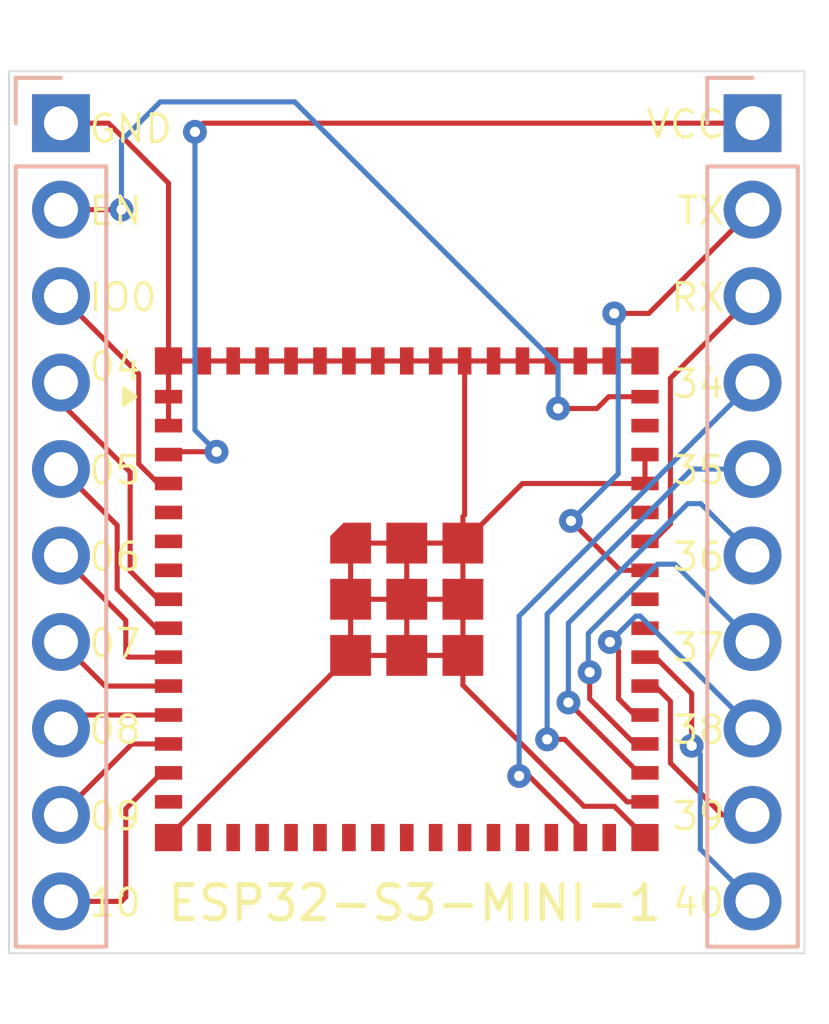
<source format=kicad_pcb>
(kicad_pcb (version 20240108) (generator "pcbnew") (generator_version "8.0")
  (layers (0 "F.Cu" signal) (31 "B.Cu" signal) (34 "B.Paste" user) (35 "F.Paste" user) (36 "B.SilkS" user "B.Silkscreen") (37 "F.SilkS" user "F.Silkscreen") (38 "B.Mask" user) (39 "F.Mask" user) (44 "Edge.Cuts" user))
  (net 0 "")
  (net 1 "Net-(J1-Pin_8)")
  (net 2 "IO0")
  (net 3 "Net-(J1-Pin_7)")
  (net 4 "Net-(J1-Pin_6)")
  (net 5 "Net-(J1-Pin_5)")
  (net 6 "Net-(J1-Pin_9)")
  (net 7 "Net-(J1-Pin_10)")
  (net 8 "Net-(J1-Pin_4)")
  (net 9 "GND")
  (net 10 "EN")
  (net 11 "VCC")
  (net 12 "Net-(J2-Pin_5)")
  (net 13 "Net-(J2-Pin_4)")
  (net 14 "Net-(J2-Pin_9)")
  (net 15 "Net-(J2-Pin_8)")
  (net 16 "RX")
  (net 17 "TX")
  (net 18 "Net-(J2-Pin_7)")
  (net 19 "Net-(J2-Pin_6)")
  (net 20 "Net-(J2-Pin_10)")
  (footprint "RF_Module:ESP32-S2-MINI-1" (layer "F.Cu") (at 162.56 125.735)
    (property "Reference" "U2")
    (property "Value" "ESP32-S3-MINI-1")
    (fp_poly (pts (xy -7.975 -3.4) (xy -8.311 -3.16) (xy -8.311 -3.64) (xy -7.975 -3.4)) (stroke (width 0.12)) (fill solid) (layer "F.SilkS"))
    (pad "1" smd rect (at -7 -3.4) (size 0.8 0.4) (layers "F.Cu" "F.Paste" "F.Mask") (net 9 "GND"))
    (pad "2" smd rect (at -7 -2.55) (size 0.8 0.4) (layers "F.Cu" "F.Paste" "F.Mask") (net 9 "GND"))
    (pad "3" smd rect (at -7 -1.7) (size 0.8 0.4) (layers "F.Cu" "F.Paste" "F.Mask") (net 11 "VCC"))
    (pad "4" smd rect (at -7 -0.85) (size 0.8 0.4) (layers "F.Cu" "F.Paste" "F.Mask") (net 2 "IO0"))
    (pad "5" smd rect (at -7 0) (size 0.8 0.4) (layers "F.Cu" "F.Paste" "F.Mask"))
    (pad "6" smd rect (at -7 0.85) (size 0.8 0.4) (layers "F.Cu" "F.Paste" "F.Mask"))
    (pad "7" smd rect (at -7 1.7) (size 0.8 0.4) (layers "F.Cu" "F.Paste" "F.Mask"))
    (pad "8" smd rect (at -7 2.55) (size 0.8 0.4) (layers "F.Cu" "F.Paste" "F.Mask") (net 8 "Net-(J1-Pin_4)"))
    (pad "9" smd rect (at -7 3.4) (size 0.8 0.4) (layers "F.Cu" "F.Paste" "F.Mask") (net 5 "Net-(J1-Pin_5)"))
    (pad "10" smd rect (at -7 4.25) (size 0.8 0.4) (layers "F.Cu" "F.Paste" "F.Mask") (net 4 "Net-(J1-Pin_6)"))
    (pad "11" smd rect (at -7 5.1) (size 0.8 0.4) (layers "F.Cu" "F.Paste" "F.Mask") (net 3 "Net-(J1-Pin_7)"))
    (pad "12" smd rect (at -7 5.95) (size 0.8 0.4) (layers "F.Cu" "F.Paste" "F.Mask") (net 1 "Net-(J1-Pin_8)"))
    (pad "13" smd rect (at -7 6.8) (size 0.8 0.4) (layers "F.Cu" "F.Paste" "F.Mask") (net 6 "Net-(J1-Pin_9)"))
    (pad "14" smd rect (at -7 7.65) (size 0.8 0.4) (layers "F.Cu" "F.Paste" "F.Mask") (net 7 "Net-(J1-Pin_10)"))
    (pad "15" smd rect (at -7 8.5) (size 0.8 0.4) (layers "F.Cu" "F.Paste" "F.Mask"))
    (pad "16" smd rect (at -5.95 9.55 90) (size 0.8 0.4) (layers "F.Cu" "F.Paste" "F.Mask"))
    (pad "17" smd rect (at -5.1 9.55 90) (size 0.8 0.4) (layers "F.Cu" "F.Paste" "F.Mask"))
    (pad "18" smd rect (at -4.25 9.55 90) (size 0.8 0.4) (layers "F.Cu" "F.Paste" "F.Mask"))
    (pad "19" smd rect (at -3.4 9.55 90) (size 0.8 0.4) (layers "F.Cu" "F.Paste" "F.Mask"))
    (pad "20" smd rect (at -2.55 9.55 90) (size 0.8 0.4) (layers "F.Cu" "F.Paste" "F.Mask"))
    (pad "21" smd rect (at -1.7 9.55 90) (size 0.8 0.4) (layers "F.Cu" "F.Paste" "F.Mask"))
    (pad "22" smd rect (at -0.85 9.55 90) (size 0.8 0.4) (layers "F.Cu" "F.Paste" "F.Mask"))
    (pad "23" smd rect (at 0 9.55 90) (size 0.8 0.4) (layers "F.Cu" "F.Paste" "F.Mask"))
    (pad "24" smd rect (at 0.85 9.55 90) (size 0.8 0.4) (layers "F.Cu" "F.Paste" "F.Mask"))
    (pad "25" smd rect (at 1.7 9.55 90) (size 0.8 0.4) (layers "F.Cu" "F.Paste" "F.Mask"))
    (pad "26" smd rect (at 2.55 9.55 90) (size 0.8 0.4) (layers "F.Cu" "F.Paste" "F.Mask"))
    (pad "27" smd rect (at 3.4 9.55 90) (size 0.8 0.4) (layers "F.Cu" "F.Paste" "F.Mask"))
    (pad "28" smd rect (at 4.25 9.55 90) (size 0.8 0.4) (layers "F.Cu" "F.Paste" "F.Mask"))
    (pad "29" smd rect (at 5.1 9.55 90) (size 0.8 0.4) (layers "F.Cu" "F.Paste" "F.Mask") (net 13 "Net-(J2-Pin_4)"))
    (pad "30" smd rect (at 5.95 9.55 90) (size 0.8 0.4) (layers "F.Cu" "F.Paste" "F.Mask"))
    (pad "31" smd rect (at 7 8.5) (size 0.8 0.4) (layers "F.Cu" "F.Paste" "F.Mask") (net 12 "Net-(J2-Pin_5)"))
    (pad "32" smd rect (at 7 7.65) (size 0.8 0.4) (layers "F.Cu" "F.Paste" "F.Mask") (net 19 "Net-(J2-Pin_6)"))
    (pad "33" smd rect (at 7 6.8) (size 0.8 0.4) (layers "F.Cu" "F.Paste" "F.Mask") (net 18 "Net-(J2-Pin_7)"))
    (pad "34" smd rect (at 7 5.95) (size 0.8 0.4) (layers "F.Cu" "F.Paste" "F.Mask") (net 15 "Net-(J2-Pin_8)"))
    (pad "35" smd rect (at 7 5.1) (size 0.8 0.4) (layers "F.Cu" "F.Paste" "F.Mask") (net 14 "Net-(J2-Pin_9)"))
    (pad "36" smd rect (at 7 4.25) (size 0.8 0.4) (layers "F.Cu" "F.Paste" "F.Mask") (net 20 "Net-(J2-Pin_10)"))
    (pad "37" smd rect (at 7 3.4) (size 0.8 0.4) (layers "F.Cu" "F.Paste" "F.Mask"))
    (pad "38" smd rect (at 7 2.55) (size 0.8 0.4) (layers "F.Cu" "F.Paste" "F.Mask"))
    (pad "39" smd rect (at 7 1.7) (size 0.8 0.4) (layers "F.Cu" "F.Paste" "F.Mask") (net 17 "TX"))
    (pad "40" smd rect (at 7 0.85) (size 0.8 0.4) (layers "F.Cu" "F.Paste" "F.Mask") (net 16 "RX"))
    (pad "41" smd rect (at 7 0) (size 0.8 0.4) (layers "F.Cu" "F.Paste" "F.Mask"))
    (pad "42" smd rect (at 7 -0.85) (size 0.8 0.4) (layers "F.Cu" "F.Paste" "F.Mask") (net 9 "GND"))
    (pad "43" smd rect (at 7 -1.7) (size 0.8 0.4) (layers "F.Cu" "F.Paste" "F.Mask") (net 9 "GND"))
    (pad "44" smd rect (at 7 -2.55) (size 0.8 0.4) (layers "F.Cu" "F.Paste" "F.Mask"))
    (pad "45" smd rect (at 7 -3.4) (size 0.8 0.4) (layers "F.Cu" "F.Paste" "F.Mask") (net 10 "EN"))
    (pad "46" smd rect (at 5.95 -4.45 90) (size 0.8 0.4) (layers "F.Cu" "F.Paste" "F.Mask") (net 9 "GND"))
    (pad "47" smd rect (at 5.1 -4.45 90) (size 0.8 0.4) (layers "F.Cu" "F.Paste" "F.Mask") (net 9 "GND"))
    (pad "48" smd rect (at 4.25 -4.45 90) (size 0.8 0.4) (layers "F.Cu" "F.Paste" "F.Mask") (net 9 "GND"))
    (pad "49" smd rect (at 3.4 -4.45 90) (size 0.8 0.4) (layers "F.Cu" "F.Paste" "F.Mask") (net 9 "GND"))
    (pad "50" smd rect (at 2.55 -4.45 90) (size 0.8 0.4) (layers "F.Cu" "F.Paste" "F.Mask") (net 9 "GND"))
    (pad "51" smd rect (at 1.7 -4.45 90) (size 0.8 0.4) (layers "F.Cu" "F.Paste" "F.Mask") (net 9 "GND"))
    (pad "52" smd rect (at 0.85 -4.45 90) (size 0.8 0.4) (layers "F.Cu" "F.Paste" "F.Mask") (net 9 "GND"))
    (pad "53" smd rect (at 0 -4.45 90) (size 0.8 0.4) (layers "F.Cu" "F.Paste" "F.Mask") (net 9 "GND"))
    (pad "54" smd rect (at -0.85 -4.45 90) (size 0.8 0.4) (layers "F.Cu" "F.Paste" "F.Mask") (net 9 "GND"))
    (pad "55" smd rect (at -1.7 -4.45 90) (size 0.8 0.4) (layers "F.Cu" "F.Paste" "F.Mask") (net 9 "GND"))
    (pad "56" smd rect (at -2.55 -4.45 90) (size 0.8 0.4) (layers "F.Cu" "F.Paste" "F.Mask") (net 9 "GND"))
    (pad "57" smd rect (at -3.4 -4.45 90) (size 0.8 0.4) (layers "F.Cu" "F.Paste" "F.Mask") (net 9 "GND"))
    (pad "58" smd rect (at -4.25 -4.45 90) (size 0.8 0.4) (layers "F.Cu" "F.Paste" "F.Mask") (net 9 "GND"))
    (pad "59" smd rect (at -5.1 -4.45 90) (size 0.8 0.4) (layers "F.Cu" "F.Paste" "F.Mask") (net 9 "GND"))
    (pad "60" smd rect (at -5.95 -4.45 90) (size 0.8 0.4) (layers "F.Cu" "F.Paste" "F.Mask") (net 9 "GND"))
    (pad "61" smd roundrect (at -1.65 0.9) (size 1.2 1.2) (layers "F.Cu" "F.Paste" "F.Mask") (roundrect_rratio 0) (chamfer_ratio 0.33) (chamfer top_left) (net 9 "GND"))
    (pad "61" smd rect (at -1.65 2.55) (size 1.2 1.2) (layers "F.Cu" "F.Paste" "F.Mask") (net 9 "GND"))
    (pad "61" smd rect (at -1.65 4.2) (size 1.2 1.2) (layers "F.Cu" "F.Paste" "F.Mask") (net 9 "GND"))
    (pad "61" smd rect (at 0 0.9) (size 1.2 1.2) (layers "F.Cu" "F.Paste" "F.Mask") (net 9 "GND"))
    (pad "61" smd rect (at 0 2.55) (size 1.2 1.2) (layers "F.Cu" "F.Paste" "F.Mask") (net 9 "GND"))
    (pad "61" smd rect (at 0 4.2) (size 1.2 1.2) (layers "F.Cu" "F.Paste" "F.Mask") (net 9 "GND"))
    (pad "61" smd rect (at 1.65 0.9) (size 1.2 1.2) (layers "F.Cu" "F.Paste" "F.Mask") (net 9 "GND"))
    (pad "61" smd rect (at 1.65 2.55) (size 1.2 1.2) (layers "F.Cu" "F.Paste" "F.Mask") (net 9 "GND"))
    (pad "61" smd rect (at 1.65 4.2) (size 1.2 1.2) (layers "F.Cu" "F.Paste" "F.Mask") (net 9 "GND"))
    (pad "62" smd rect (at -7 -4.45) (size 0.8 0.8) (layers "F.Cu" "F.Paste" "F.Mask") (net 9 "GND"))
    (pad "63" smd rect (at -7 9.55) (size 0.8 0.8) (layers "F.Cu" "F.Paste" "F.Mask") (net 9 "GND"))
    (pad "64" smd rect (at 7 9.55) (size 0.8 0.8) (layers "F.Cu" "F.Paste" "F.Mask") (net 9 "GND"))
    (pad "65" smd rect (at 7 -4.45) (size 0.8 0.8) (layers "F.Cu" "F.Paste" "F.Mask") (net 9 "GND"))
  )
  (footprint "Connector_PinSocket_2.54mm:PinSocket_1x10_P2.54mm_Vertical" (layer "B.Cu") (at 152.4 114.3 180)
    (property "Reference" "J1")
    (property "Value" "LEFT")
    (fp_line (start 1.33 1.33) (end 0 1.33) (stroke (width 0.12)) (layer "B.SilkS"))
    (fp_line (start 1.33 0) (end 1.33 1.33) (stroke (width 0.12)) (layer "B.SilkS"))
    (fp_line (start 1.33 -1.27) (end -1.33 -1.27) (stroke (width 0.12)) (layer "B.SilkS"))
    (fp_line (start 1.33 -24.19) (end 1.33 -1.27) (stroke (width 0.12)) (layer "B.SilkS"))
    (fp_line (start 1.33 -24.19) (end -1.33 -24.19) (stroke (width 0.12)) (layer "B.SilkS"))
    (fp_line (start -1.33 -24.19) (end -1.33 -1.27) (stroke (width 0.12)) (layer "B.SilkS"))
    (pad "1" thru_hole rect (at 0 0 180) (size 1.7 1.7) (drill 1) (layers "*.Cu" "*.Mask") (net 9 "GND"))
    (pad "2" thru_hole oval (at 0 -2.54 180) (size 1.7 1.7) (drill 1) (layers "*.Cu" "*.Mask") (net 10 "EN"))
    (pad "3" thru_hole oval (at 0 -5.08 180) (size 1.7 1.7) (drill 1) (layers "*.Cu" "*.Mask") (net 2 "IO0"))
    (pad "4" thru_hole oval (at 0 -7.62 180) (size 1.7 1.7) (drill 1) (layers "*.Cu" "*.Mask") (net 8 "Net-(J1-Pin_4)"))
    (pad "5" thru_hole oval (at 0 -10.16 180) (size 1.7 1.7) (drill 1) (layers "*.Cu" "*.Mask") (net 5 "Net-(J1-Pin_5)"))
    (pad "6" thru_hole oval (at 0 -12.7 180) (size 1.7 1.7) (drill 1) (layers "*.Cu" "*.Mask") (net 4 "Net-(J1-Pin_6)"))
    (pad "7" thru_hole oval (at 0 -15.24 180) (size 1.7 1.7) (drill 1) (layers "*.Cu" "*.Mask") (net 3 "Net-(J1-Pin_7)"))
    (pad "8" thru_hole oval (at 0 -17.78 180) (size 1.7 1.7) (drill 1) (layers "*.Cu" "*.Mask") (net 1 "Net-(J1-Pin_8)"))
    (pad "9" thru_hole oval (at 0 -20.32 180) (size 1.7 1.7) (drill 1) (layers "*.Cu" "*.Mask") (net 6 "Net-(J1-Pin_9)"))
    (pad "10" thru_hole oval (at 0 -22.86 180) (size 1.7 1.7) (drill 1) (layers "*.Cu" "*.Mask") (net 7 "Net-(J1-Pin_10)"))
  )
  (footprint "Connector_PinSocket_2.54mm:PinSocket_1x10_P2.54mm_Vertical" (layer "B.Cu") (at 172.72 114.3 180)
    (property "Reference" "J2")
    (property "Value" "RIGHT")
    (fp_line (start 1.33 1.33) (end 0 1.33) (stroke (width 0.12)) (layer "B.SilkS"))
    (fp_line (start 1.33 0) (end 1.33 1.33) (stroke (width 0.12)) (layer "B.SilkS"))
    (fp_line (start 1.33 -1.27) (end -1.33 -1.27) (stroke (width 0.12)) (layer "B.SilkS"))
    (fp_line (start 1.33 -24.19) (end 1.33 -1.27) (stroke (width 0.12)) (layer "B.SilkS"))
    (fp_line (start 1.33 -24.19) (end -1.33 -24.19) (stroke (width 0.12)) (layer "B.SilkS"))
    (fp_line (start -1.33 -24.19) (end -1.33 -1.27) (stroke (width 0.12)) (layer "B.SilkS"))
    (pad "1" thru_hole rect (at 0 0 180) (size 1.7 1.7) (drill 1) (layers "*.Cu" "*.Mask") (net 11 "VCC"))
    (pad "2" thru_hole oval (at 0 -2.54 180) (size 1.7 1.7) (drill 1) (layers "*.Cu" "*.Mask") (net 17 "TX"))
    (pad "3" thru_hole oval (at 0 -5.08 180) (size 1.7 1.7) (drill 1) (layers "*.Cu" "*.Mask") (net 16 "RX"))
    (pad "4" thru_hole oval (at 0 -7.62 180) (size 1.7 1.7) (drill 1) (layers "*.Cu" "*.Mask") (net 13 "Net-(J2-Pin_4)"))
    (pad "5" thru_hole oval (at 0 -10.16 180) (size 1.7 1.7) (drill 1) (layers "*.Cu" "*.Mask") (net 12 "Net-(J2-Pin_5)"))
    (pad "6" thru_hole oval (at 0 -12.7 180) (size 1.7 1.7) (drill 1) (layers "*.Cu" "*.Mask") (net 19 "Net-(J2-Pin_6)"))
    (pad "7" thru_hole oval (at 0 -15.24 180) (size 1.7 1.7) (drill 1) (layers "*.Cu" "*.Mask") (net 18 "Net-(J2-Pin_7)"))
    (pad "8" thru_hole oval (at 0 -17.78 180) (size 1.7 1.7) (drill 1) (layers "*.Cu" "*.Mask") (net 15 "Net-(J2-Pin_8)"))
    (pad "9" thru_hole oval (at 0 -20.32 180) (size 1.7 1.7) (drill 1) (layers "*.Cu" "*.Mask") (net 14 "Net-(J2-Pin_9)"))
    (pad "10" thru_hole oval (at 0 -22.86 180) (size 1.7 1.7) (drill 1) (layers "*.Cu" "*.Mask") (net 20 "Net-(J2-Pin_10)"))
  )
  (gr_line (start 174.244 138.684) (end 174.244 112.776) (stroke (width 0.05)) (layer "Edge.Cuts"))
  (gr_line (start 174.244 112.776) (end 150.876 112.776) (stroke (width 0.05)) (layer "Edge.Cuts"))
  (gr_line (start 150.876 138.684) (end 174.244 138.684) (stroke (width 0.05)) (layer "Edge.Cuts"))
  (gr_line (start 150.876 112.776) (end 150.876 138.684) (stroke (width 0.05)) (layer "Edge.Cuts"))
  (gr_text "40" (at 171.958 137.668 0) (layer "F.SilkS") (effects (font (size 0.8 0.8) (thickness 0.1)) (justify right bottom)))
  (gr_text "07" (at 153.162 130.048 0) (layer "F.SilkS") (effects (font (size 0.8 0.8) (thickness 0.1)) (justify left bottom)))
  (gr_text "05" (at 153.162 124.968 0) (layer "F.SilkS") (effects (font (size 0.8 0.8) (thickness 0.1)) (justify left bottom)))
  (gr_text "36" (at 171.958 127.508 0) (layer "F.SilkS") (effects (font (size 0.8 0.8) (thickness 0.1)) (justify right bottom)))
  (gr_text "37" (at 171.958 130.175 0) (layer "F.SilkS") (effects (font (size 0.8 0.8) (thickness 0.1)) (justify right bottom)))
  (gr_text "34" (at 171.958 122.428 0) (layer "F.SilkS") (effects (font (size 0.8 0.8) (thickness 0.1)) (justify right bottom)))
  (gr_text "RX" (at 171.958 119.888 0) (layer "F.SilkS") (effects (font (size 0.8 0.8) (thickness 0.1)) (justify right bottom)))
  (gr_text "09" (at 153.162 135.128 0) (layer "F.SilkS") (effects (font (size 0.8 0.8) (thickness 0.1)) (justify left bottom)))
  (gr_text "10" (at 153.162 137.668 0) (layer "F.SilkS") (effects (font (size 0.8 0.8) (thickness 0.1)) (justify left bottom)))
  (gr_text "EN" (at 153.162 117.348 0) (layer "F.SilkS") (effects (font (size 0.8 0.8) (thickness 0.1)) (justify left bottom)))
  (gr_text "ESP32-S3-MINI-1" (at 155.448 137.795 0) (layer "F.SilkS") (effects (font (size 1 1)) (justify left bottom)))
  (gr_text "GND" (at 153.162 114.935 0) (layer "F.SilkS") (effects (font (size 0.8 0.8) (thickness 0.1)) (justify left bottom)))
  (gr_text "IO0" (at 153.162 119.888 0) (layer "F.SilkS") (effects (font (size 0.8 0.8) (thickness 0.1)) (justify left bottom)))
  (gr_text "39" (at 171.958 135.128 0) (layer "F.SilkS") (effects (font (size 0.8 0.8) (thickness 0.1)) (justify right bottom)))
  (gr_text "08" (at 153.162 132.588 0) (layer "F.SilkS") (effects (font (size 0.8 0.8) (thickness 0.1)) (justify left bottom)))
  (gr_text "35" (at 171.958 124.968 0) (layer "F.SilkS") (effects (font (size 0.8 0.8) (thickness 0.1)) (justify right bottom)))
  (gr_text "TX" (at 171.958 117.348 0) (layer "F.SilkS") (effects (font (size 0.8 0.8) (thickness 0.1)) (justify right bottom)))
  (gr_text "04" (at 153.162 121.92 0) (layer "F.SilkS") (effects (font (size 0.8 0.8) (thickness 0.1)) (justify left bottom)))
  (gr_text "38" (at 171.958 132.588 0) (layer "F.SilkS") (effects (font (size 0.8 0.8) (thickness 0.1)) (justify right bottom)))
  (gr_text "VCC" (at 171.958 114.808 0) (layer "F.SilkS") (effects (font (size 0.8 0.8) (thickness 0.1)) (justify right bottom)))
  (gr_text "06" (at 153.162 127.508 0) (layer "F.SilkS") (effects (font (size 0.8 0.8) (thickness 0.1)) (justify left bottom)))
  (segment (start 152.795 131.685) (end 155.56 131.685) (width 0.15) (layer "F.Cu") (net 1))
  (segment (start 152.4 132.08) (end 152.795 131.685) (width 0.15) (layer "F.Cu") (net 1))
  (segment (start 154.686 124.311) (end 155.26 124.885) (width 0.15) (layer "F.Cu") (net 2))
  (segment (start 154.686 121.666) (end 154.686 124.311) (width 0.15) (layer "F.Cu") (net 2))
  (segment (start 155.26 124.885) (end 155.56 124.885) (width 0.15) (layer "F.Cu") (net 2))
  (segment (start 152.4 119.38) (end 154.686 121.666) (width 0.15) (layer "F.Cu") (net 2))
  (segment (start 152.4 129.54) (end 153.695 130.835) (width 0.15) (layer "F.Cu") (net 3))
  (segment (start 153.695 130.835) (end 155.56 130.835) (width 0.15) (layer "F.Cu") (net 3))
  (segment (start 154.305 128.905) (end 154.305 129.921) (width 0.15) (layer "F.Cu") (net 4))
  (segment (start 154.369 129.985) (end 155.56 129.985) (width 0.15) (layer "F.Cu") (net 4))
  (segment (start 152.4 127) (end 154.305 128.905) (width 0.15) (layer "F.Cu") (net 4))
  (segment (start 154.305 129.921) (end 154.369 129.985) (width 0.15) (layer "F.Cu") (net 4))
  (segment (start 152.4 124.46) (end 154.051 126.111) (width 0.15) (layer "F.Cu") (net 5))
  (segment (start 154.051 126.111) (end 154.051 127.9845) (width 0.15) (layer "F.Cu") (net 5))
  (segment (start 154.051 127.9845) (end 155.2015 129.135) (width 0.15) (layer "F.Cu") (net 5))
  (segment (start 155.2015 129.135) (end 155.56 129.135) (width 0.15) (layer "F.Cu") (net 5))
  (segment (start 152.4 134.62) (end 154.485 132.535) (width 0.15) (layer "F.Cu") (net 6))
  (segment (start 154.485 132.535) (end 155.56 132.535) (width 0.15) (layer "F.Cu") (net 6))
  (segment (start 154.305 134.44) (end 155.36 133.385) (width 0.15) (layer "F.Cu") (net 7))
  (segment (start 154.305 137.033) (end 154.305 134.44) (width 0.15) (layer "F.Cu") (net 7))
  (segment (start 155.36 133.385) (end 155.56 133.385) (width 0.15) (layer "F.Cu") (net 7))
  (segment (start 154.178 137.16) (end 154.305 137.033) (width 0.15) (layer "F.Cu") (net 7))
  (segment (start 152.4 137.16) (end 154.178 137.16) (width 0.15) (layer "F.Cu") (net 7))
  (segment (start 155.56 128.285) (end 155.26 128.285) (width 0.15) (layer "F.Cu") (net 8))
  (segment (start 154.432 124.551975) (end 152.4 122.519975) (width 0.15) (layer "F.Cu") (net 8))
  (segment (start 152.4 122.519975) (end 152.4 121.92) (width 0.15) (layer "F.Cu") (net 8))
  (segment (start 154.432 127.457) (end 154.432 124.551975) (width 0.15) (layer "F.Cu") (net 8))
  (segment (start 155.26 128.285) (end 154.432 127.457) (width 0.15) (layer "F.Cu") (net 8))
  (segment (start 169.56 121.285) (end 168.51 121.285) (width 0.15) (layer "F.Cu") (net 9))
  (segment (start 164.21 128.285) (end 160.91 128.285) (width 0.15) (layer "F.Cu") (net 9))
  (segment (start 160.895 129.935) (end 155.56 135.27) (width 0.15) (layer "F.Cu") (net 9))
  (segment (start 164.21 129.935) (end 164.21 130.809) (width 0.15) (layer "F.Cu") (net 9))
  (segment (start 155.56 116.063) (end 155.56 121.285) (width 0.15) (layer "F.Cu") (net 9))
  (segment (start 167.767 134.366) (end 168.656 134.366) (width 0.15) (layer "F.Cu") (net 9))
  (segment (start 169.56 135.27) (end 169.56 135.285) (width 0.15) (layer "F.Cu") (net 9))
  (segment (start 164.26 125.806) (end 164.26 121.285) (width 0.15) (layer "F.Cu") (net 9))
  (segment (start 164.21 126.635) (end 164.21 125.856) (width 0.15) (layer "F.Cu") (net 9))
  (segment (start 162.56 126.635) (end 162.56 129.935) (width 0.15) (layer "F.Cu") (net 9))
  (segment (start 165.96 124.885) (end 164.21 126.635) (width 0.15) (layer "F.Cu") (net 9))
  (segment (start 160.91 126.635) (end 160.91 129.935) (width 0.15) (layer "F.Cu") (net 9))
  (segment (start 164.21 125.856) (end 164.26 125.806) (width 0.15) (layer "F.Cu") (net 9))
  (segment (start 168.656 134.366) (end 169.56 135.27) (width 0.15) (layer "F.Cu") (net 9))
  (segment (start 160.91 129.935) (end 160.895 129.935) (width 0.15) (layer "F.Cu") (net 9))
  (segment (start 164.21 130.809) (end 167.767 134.366) (width 0.15) (layer "F.Cu") (net 9))
  (segment (start 155.56 135.27) (end 155.56 135.285) (width 0.15) (layer "F.Cu") (net 9))
  (segment (start 160.91 129.935) (end 164.21 129.935) (width 0.15) (layer "F.Cu") (net 9))
  (segment (start 169.56 124.885) (end 169.56 124.035) (width 0.15) (layer "F.Cu") (net 9))
  (segment (start 153.797 114.3) (end 155.56 116.063) (width 0.15) (layer "F.Cu") (net 9))
  (segment (start 168.51 121.285) (end 155.56 121.285) (width 0.15) (layer "F.Cu") (net 9))
  (segment (start 164.21 126.635) (end 160.91 126.635) (width 0.15) (layer "F.Cu") (net 9))
  (segment (start 155.56 123.185) (end 155.56 121.285) (width 0.15) (layer "F.Cu") (net 9))
  (segment (start 169.56 124.885) (end 165.96 124.885) (width 0.15) (layer "F.Cu") (net 9))
  (segment (start 164.21 129.935) (end 164.21 126.635) (width 0.15) (layer "F.Cu") (net 9))
  (segment (start 152.4 114.3) (end 153.797 114.3) (width 0.15) (layer "F.Cu") (net 9))
  (segment (start 168.495 122.335) (end 169.56 122.335) (width 0.15) (layer "F.Cu") (net 10))
  (segment (start 154.178 116.84) (end 152.4 116.84) (width 0.15) (layer "F.Cu") (net 10))
  (segment (start 168.148 122.682) (end 168.495 122.335) (width 0.15) (layer "F.Cu") (net 10))
  (segment (start 167.005 122.682) (end 168.148 122.682) (width 0.15) (layer "F.Cu") (net 10))
  (via (at 154.178 116.84) (size 0.7) (drill 0.3) (layers "F.Cu" "B.Cu") (net 10))
  (via (at 167.005 122.682) (size 0.7) (drill 0.3) (layers "F.Cu" "B.Cu") (net 10))
  (segment (start 154.178 114.813116) (end 154.178 116.84) (width 0.15) (layer "B.Cu") (net 10))
  (segment (start 159.268 113.675) (end 155.316116 113.675) (width 0.15) (layer "B.Cu") (net 10))
  (segment (start 167.005 122.682) (end 167.005 121.412) (width 0.15) (layer "B.Cu") (net 10))
  (segment (start 155.316116 113.675) (end 154.178 114.813116) (width 0.15) (layer "B.Cu") (net 10))
  (segment (start 167.005 121.412) (end 159.268 113.675) (width 0.15) (layer "B.Cu") (net 10))
  (segment (start 172.72 114.3) (end 156.591 114.3) (width 0.15) (layer "F.Cu") (net 11))
  (segment (start 156.972 123.952) (end 155.643 123.952) (width 0.15) (layer "F.Cu") (net 11))
  (segment (start 155.643 123.952) (end 155.56 124.035) (width 0.15) (layer "F.Cu") (net 11))
  (segment (start 156.591 114.3) (end 156.337 114.554) (width 0.15) (layer "F.Cu") (net 11))
  (via (at 156.972 123.952) (size 0.7) (drill 0.3) (layers "F.Cu" "B.Cu") (net 11))
  (via (at 156.337 114.554) (size 0.7) (drill 0.3) (layers "F.Cu" "B.Cu") (net 11))
  (segment (start 156.337 114.554) (end 156.337 123.317) (width 0.15) (layer "B.Cu") (net 11))
  (segment (start 156.337 123.317) (end 156.972 123.952) (width 0.15) (layer "B.Cu") (net 11))
  (segment (start 169.033 134.235) (end 169.56 134.235) (width 0.15) (layer "F.Cu") (net 12))
  (segment (start 167.198058 132.400058) (end 169.033 134.235) (width 0.15) (layer "F.Cu") (net 12))
  (segment (start 166.684942 132.400058) (end 167.198058 132.400058) (width 0.15) (layer "F.Cu") (net 12))
  (via (at 166.684942 132.400058) (size 0.7) (drill 0.3) (layers "F.Cu" "B.Cu") (net 12))
  (segment (start 166.684942 128.717058) (end 170.942 124.46) (width 0.15) (layer "B.Cu") (net 12))
  (segment (start 170.942 124.46) (end 172.72 124.46) (width 0.15) (layer "B.Cu") (net 12))
  (segment (start 166.684942 132.400058) (end 166.684942 128.717058) (width 0.15) (layer "B.Cu") (net 12))
  (segment (start 167.66 134.985) (end 167.66 135.285) (width 0.15) (layer "F.Cu") (net 13))
  (segment (start 166.152 133.477) (end 167.66 134.985) (width 0.15) (layer "F.Cu") (net 13))
  (segment (start 165.862 133.477) (end 166.152 133.477) (width 0.15) (layer "F.Cu") (net 13))
  (via (at 165.862 133.477) (size 0.7) (drill 0.3) (layers "F.Cu" "B.Cu") (net 13))
  (segment (start 165.862 128.778) (end 172.72 121.92) (width 0.15) (layer "B.Cu") (net 13))
  (segment (start 165.862 133.477) (end 165.862 128.778) (width 0.15) (layer "B.Cu") (net 13))
  (segment (start 169.86 130.835) (end 169.56 130.835) (width 0.15) (layer "F.Cu") (net 14))
  (segment (start 171.831 134.62) (end 170.307 133.096) (width 0.15) (layer "F.Cu") (net 14))
  (segment (start 172.72 134.62) (end 171.831 134.62) (width 0.15) (layer "F.Cu") (net 14))
  (segment (start 170.307 133.096) (end 170.307 131.282) (width 0.15) (layer "F.Cu") (net 14))
  (segment (start 170.307 131.282) (end 169.86 130.835) (width 0.15) (layer "F.Cu") (net 14))
  (segment (start 168.783 131.208) (end 169.26 131.685) (width 0.15) (layer "F.Cu") (net 15))
  (segment (start 169.26 131.685) (end 169.56 131.685) (width 0.15) (layer "F.Cu") (net 15))
  (segment (start 168.529 129.54) (end 168.783 129.794) (width 0.15) (layer "F.Cu") (net 15))
  (segment (start 168.783 129.794) (end 168.783 131.208) (width 0.15) (layer "F.Cu") (net 15))
  (via (at 168.529 129.54) (size 0.7) (drill 0.3) (layers "F.Cu" "B.Cu") (net 15))
  (segment (start 169.291 128.778) (end 168.529 129.54) (width 0.15) (layer "B.Cu") (net 15))
  (segment (start 169.418 128.778) (end 169.291 128.778) (width 0.15) (layer "B.Cu") (net 15))
  (segment (start 172.72 132.08) (end 169.418 128.778) (width 0.15) (layer "B.Cu") (net 15))
  (segment (start 169.793 126.585) (end 169.56 126.585) (width 0.15) (layer "F.Cu") (net 16))
  (segment (start 170.307 121.793) (end 170.307 126.071) (width 0.15) (layer "F.Cu") (net 16))
  (segment (start 172.72 119.38) (end 170.307 121.793) (width 0.15) (layer "F.Cu") (net 16))
  (segment (start 170.307 126.071) (end 169.793 126.585) (width 0.15) (layer "F.Cu") (net 16))
  (segment (start 168.837 127.435) (end 169.56 127.435) (width 0.15) (layer "F.Cu") (net 17))
  (segment (start 172.72 116.84) (end 169.672 119.888) (width 0.15) (layer "F.Cu") (net 17))
  (segment (start 169.672 119.888) (end 168.656 119.888) (width 0.15) (layer "F.Cu") (net 17))
  (segment (start 167.386 125.984) (end 168.837 127.435) (width 0.15) (layer "F.Cu") (net 17))
  (via (at 168.656 119.888) (size 0.7) (drill 0.3) (layers "F.Cu" "B.Cu") (net 17))
  (via (at 167.386 125.984) (size 0.7) (drill 0.3) (layers "F.Cu" "B.Cu") (net 17))
  (segment (start 168.773 120.005) (end 168.656 119.888) (width 0.15) (layer "B.Cu") (net 17))
  (segment (start 168.773 124.597) (end 168.773 120.005) (width 0.15) (layer "B.Cu") (net 17))
  (segment (start 167.386 125.984) (end 168.773 124.597) (width 0.15) (layer "B.Cu") (net 17))
  (segment (start 167.934942 130.429) (end 167.934942 131.209942) (width 0.15) (layer "F.Cu") (net 18))
  (segment (start 167.934942 131.209942) (end 169.26 132.535) (width 0.15) (layer "F.Cu") (net 18))
  (segment (start 169.26 132.535) (end 169.56 132.535) (width 0.15) (layer "F.Cu") (net 18))
  (via (at 167.934942 130.429) (size 0.7) (drill 0.3) (layers "F.Cu" "B.Cu") (net 18))
  (segment (start 172.72 129.54) (end 170.434 127.254) (width 0.15) (layer "B.Cu") (net 18))
  (segment (start 170.434 127.254) (end 169.926 127.254) (width 0.15) (layer "B.Cu") (net 18))
  (segment (start 169.926 127.254) (end 167.894 129.286) (width 0.15) (layer "B.Cu") (net 18))
  (segment (start 167.894 130.388058) (end 167.934942 130.429) (width 0.15) (layer "B.Cu") (net 18))
  (segment (start 167.894 129.286) (end 167.894 130.388058) (width 0.15) (layer "B.Cu") (net 18))
  (segment (start 167.309942 131.318) (end 169.376942 133.385) (width 0.15) (layer "F.Cu") (net 19))
  (segment (start 169.376942 133.385) (end 169.56 133.385) (width 0.15) (layer "F.Cu") (net 19))
  (via (at 167.309942 131.318) (size 0.7) (drill 0.3) (layers "F.Cu" "B.Cu") (net 19))
  (segment (start 171.196 125.476) (end 170.815 125.476) (width 0.15) (layer "B.Cu") (net 19))
  (segment (start 170.815 125.476) (end 167.309942 128.981058) (width 0.15) (layer "B.Cu") (net 19))
  (segment (start 172.72 127) (end 171.196 125.476) (width 0.15) (layer "B.Cu") (net 19))
  (segment (start 167.309942 128.981058) (end 167.309942 131.318) (width 0.15) (layer "B.Cu") (net 19))
  (segment (start 170.932 131.057) (end 169.86 129.985) (width 0.15) (layer "F.Cu") (net 20))
  (segment (start 169.86 129.985) (end 169.56 129.985) (width 0.15) (layer "F.Cu") (net 20))
  (segment (start 170.932 132.588) (end 170.932 131.057) (width 0.15) (layer "F.Cu") (net 20))
  (via (at 170.932 132.588) (size 0.7) (drill 0.3) (layers "F.Cu" "B.Cu") (net 20))
  (segment (start 171.186 135.626) (end 172.72 137.16) (width 0.15) (layer "B.Cu") (net 20))
  (segment (start 170.932 132.588) (end 171.186 132.842) (width 0.15) (layer "B.Cu") (net 20))
  (segment (start 171.186 132.842) (end 171.186 135.626) (width 0.15) (layer "B.Cu") (net 20))
)
</source>
